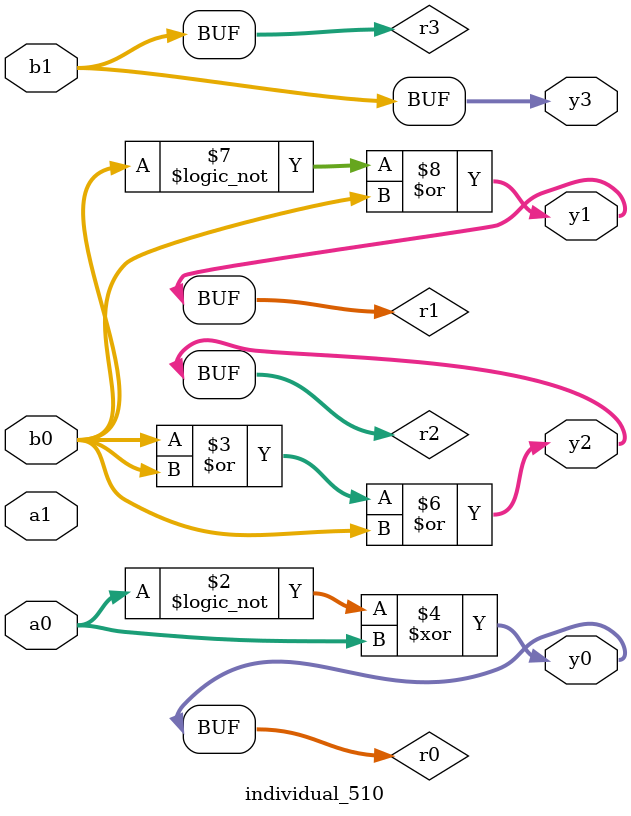
<source format=sv>
module individual_510(input logic [15:0] a1, input logic [15:0] a0, input logic [15:0] b1, input logic [15:0] b0, output logic [15:0] y3, output logic [15:0] y2, output logic [15:0] y1, output logic [15:0] y0);
logic [15:0] r0, r1, r2, r3; 
 always@(*) begin 
	 r0 = a0; r1 = a1; r2 = b0; r3 = b1; 
 	 r0 = ! r0 ;
 	 r2  |=  r2 ;
 	 r0  ^=  a0 ;
 	 r1  ^=  b1 ;
 	 r2  |=  b0 ;
 	 r1 = ! b0 ;
 	 r1  |=  b0 ;
 	 y3 = r3; y2 = r2; y1 = r1; y0 = r0; 
end
endmodule
</source>
